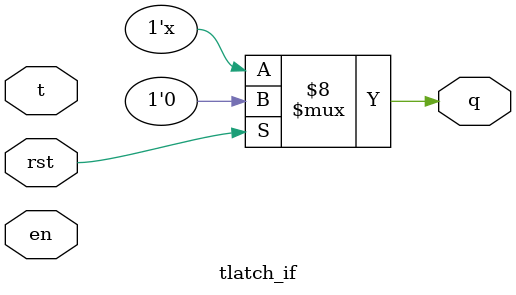
<source format=v>
module tlatch_if (output reg q ,input t,en,rst);
	always @ (rst,en,t)
	begin
		if (rst)
		q<=1'b0;
		else
		begin
			if (en)
				if(t)
				q<=~q;
		end
	end
endmodule 
</source>
